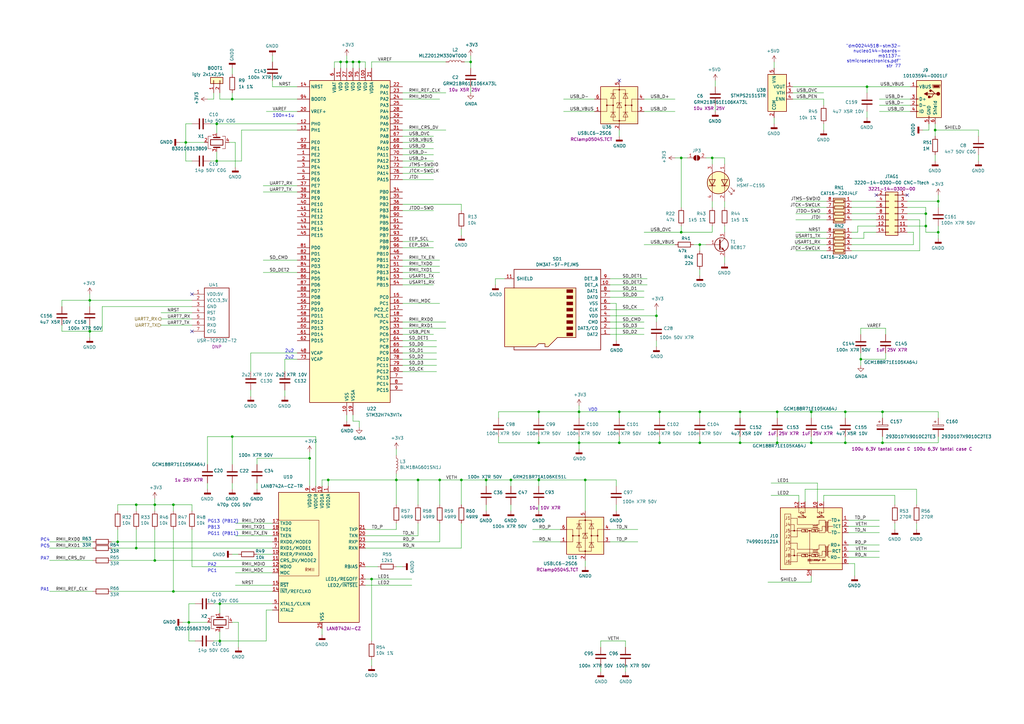
<source format=kicad_sch>
(kicad_sch (version 20230121) (generator eeschema)
  (paper "A3")
  (junction (at 287.02 168.91))
  (junction (at 254 168.91))
  (junction (at 361.95 181.61))
  (junction (at 77.47 255.27))
  (junction (at 63.5 207.01))
  (junction (at 332.74 181.61))
  (junction (at 384.81 82.55))
  (junction (at 152.4 237.49))
  (junction (at 55.88 224.79))
  (junction (at 63.5 229.87))
  (junction (at 279.4 95.25))
  (junction (at 240.03 196.85))
  (junction (at 95.25 179.07))
  (junction (at 287.02 181.61))
  (junction (at 361.95 168.91))
  (junction (at 220.98 181.61))
  (junction (at 287.02 100.33))
  (junction (at 303.53 181.61))
  (junction (at 48.26 222.25))
  (junction (at 220.98 196.85))
  (junction (at 318.77 168.91))
  (junction (at 220.98 168.91))
  (junction (at 209.55 196.85))
  (junction (at 193.04 25.4))
  (junction (at 254 181.61))
  (junction (at 270.51 168.91))
  (junction (at 90.17 262.89))
  (junction (at 139.7 25.4))
  (junction (at 189.23 196.85))
  (junction (at 144.78 25.4))
  (junction (at 355.6 35.56))
  (junction (at 270.51 181.61))
  (junction (at 303.53 168.91))
  (junction (at 71.12 242.57))
  (junction (at 346.71 168.91))
  (junction (at 71.12 207.01))
  (junction (at 90.17 247.65))
  (junction (at 237.49 181.61))
  (junction (at 142.24 25.4))
  (junction (at 199.39 196.85))
  (junction (at 383.54 53.34))
  (junction (at 384.81 95.25))
  (junction (at 379.73 92.71))
  (junction (at 162.56 196.85))
  (junction (at 269.24 129.54))
  (junction (at 36.83 123.19))
  (junction (at 95.25 40.64))
  (junction (at 318.77 181.61))
  (junction (at 134.62 196.85))
  (junction (at 36.83 135.89))
  (junction (at 346.71 181.61))
  (junction (at 76.2 58.42))
  (junction (at 353.06 147.32))
  (junction (at 55.88 207.01))
  (junction (at 127 187.96))
  (junction (at 88.9 66.04))
  (junction (at 279.4 64.77))
  (junction (at 88.9 50.8))
  (junction (at 171.45 196.85))
  (junction (at 180.34 196.85))
  (junction (at 237.49 168.91))
  (junction (at 379.73 87.63))
  (junction (at 292.1 64.77))
  (junction (at 147.32 25.4))
  (junction (at 332.74 168.91))
  (no_connect (at 78.74 120.65))
  (no_connect (at 78.74 135.89))
  (no_connect (at 372.11 80.01))
  (no_connect (at 359.41 80.01))
  (no_connect (at 254 33.02))
  (wire (pts (xy 177.8 71.12) (xy 165.1 71.12)))
  (wire (pts (xy 318.77 168.91) (xy 332.74 168.91)))
  (wire (pts (xy 193.04 25.4) (xy 193.04 27.94)))
  (wire (pts (xy 250.19 217.17) (xy 261.62 217.17)))
  (wire (pts (xy 25.4 135.89) (xy 25.4 133.35)))
  (wire (pts (xy 375.92 217.17) (xy 375.92 214.63)))
  (wire (pts (xy 85.09 179.07) (xy 95.25 179.07)))
  (wire (pts (xy 326.39 97.79) (xy 339.09 97.79)))
  (wire (pts (xy 264.16 137.16) (xy 250.19 137.16)))
  (wire (pts (xy 199.39 209.55) (xy 199.39 207.01)))
  (wire (pts (xy 220.98 168.91) (xy 237.49 168.91)))
  (wire (pts (xy 102.87 144.78) (xy 102.87 152.4)))
  (wire (pts (xy 149.86 240.03) (xy 168.91 240.03)))
  (wire (pts (xy 179.07 139.7) (xy 165.1 139.7)))
  (wire (pts (xy 287.02 168.91) (xy 287.02 171.45)))
  (wire (pts (xy 326.39 85.09) (xy 339.09 85.09)))
  (wire (pts (xy 332.74 181.61) (xy 332.74 179.07)))
  (wire (pts (xy 95.25 227.33) (xy 97.79 227.33)))
  (wire (pts (xy 355.6 38.1) (xy 355.6 35.56)))
  (wire (pts (xy 349.25 95.25) (xy 351.79 95.25)))
  (wire (pts (xy 162.56 184.15) (xy 162.56 186.69)))
  (wire (pts (xy 36.83 123.19) (xy 36.83 125.73)))
  (wire (pts (xy 204.47 171.45) (xy 204.47 168.91)))
  (wire (pts (xy 383.54 53.34) (xy 383.54 50.8)))
  (wire (pts (xy 77.47 247.65) (xy 80.01 247.65)))
  (wire (pts (xy 264.16 132.08) (xy 250.19 132.08)))
  (wire (pts (xy 361.95 179.07) (xy 361.95 181.61)))
  (wire (pts (xy 111.76 25.4) (xy 111.76 22.86)))
  (wire (pts (xy 287.02 102.87) (xy 287.02 100.33)))
  (wire (pts (xy 76.2 66.04) (xy 78.74 66.04)))
  (wire (pts (xy 337.82 53.34) (xy 337.82 50.8)))
  (wire (pts (xy 240.03 232.41) (xy 240.03 229.87)))
  (wire (pts (xy 105.41 190.5) (xy 105.41 187.96)))
  (wire (pts (xy 96.52 240.03) (xy 111.76 240.03)))
  (wire (pts (xy 36.83 123.19) (xy 25.4 123.19)))
  (wire (pts (xy 20.32 222.25) (xy 38.1 222.25)))
  (wire (pts (xy 90.17 247.65) (xy 111.76 247.65)))
  (wire (pts (xy 375.92 200.66) (xy 375.92 207.01)))
  (wire (pts (xy 326.39 90.17) (xy 339.09 90.17)))
  (wire (pts (xy 199.39 196.85) (xy 199.39 199.39)))
  (wire (pts (xy 85.09 190.5) (xy 85.09 179.07)))
  (wire (pts (xy 193.04 22.86) (xy 193.04 25.4)))
  (wire (pts (xy 152.4 237.49) (xy 168.91 237.49)))
  (wire (pts (xy 363.22 147.32) (xy 363.22 144.78)))
  (wire (pts (xy 279.4 95.25) (xy 279.4 92.71)))
  (wire (pts (xy 147.32 175.26) (xy 147.32 172.72)))
  (wire (pts (xy 63.5 207.01) (xy 71.12 207.01)))
  (wire (pts (xy 349.25 82.55) (xy 359.41 82.55)))
  (wire (pts (xy 254 181.61) (xy 254 179.07)))
  (wire (pts (xy 384.81 97.79) (xy 384.81 95.25)))
  (wire (pts (xy 144.78 27.94) (xy 144.78 25.4)))
  (wire (pts (xy 269.24 142.24) (xy 269.24 139.7)))
  (wire (pts (xy 353.06 147.32) (xy 363.22 147.32)))
  (wire (pts (xy 179.07 142.24) (xy 165.1 142.24)))
  (wire (pts (xy 139.7 25.4) (xy 142.24 25.4)))
  (wire (pts (xy 287.02 100.33) (xy 284.48 100.33)))
  (wire (pts (xy 77.47 262.89) (xy 80.01 262.89)))
  (wire (pts (xy 45.72 229.87) (xy 63.5 229.87)))
  (wire (pts (xy 204.47 181.61) (xy 204.47 179.07)))
  (wire (pts (xy 384.81 85.09) (xy 384.81 82.55)))
  (wire (pts (xy 78.74 125.73) (xy 41.91 125.73)))
  (wire (pts (xy 78.74 232.41) (xy 78.74 217.17)))
  (wire (pts (xy 383.54 55.88) (xy 383.54 53.34)))
  (wire (pts (xy 360.68 213.36) (xy 347.98 213.36)))
  (wire (pts (xy 90.17 247.65) (xy 90.17 251.46)))
  (wire (pts (xy 171.45 196.85) (xy 180.34 196.85)))
  (wire (pts (xy 353.06 137.16) (xy 353.06 134.62)))
  (wire (pts (xy 276.86 45.72) (xy 264.16 45.72)))
  (wire (pts (xy 353.06 134.62) (xy 363.22 134.62)))
  (wire (pts (xy 121.92 106.68) (xy 107.95 106.68)))
  (wire (pts (xy 372.11 92.71) (xy 379.73 92.71)))
  (wire (pts (xy 97.79 265.43) (xy 97.79 255.27)))
  (wire (pts (xy 350.52 236.22) (xy 350.52 231.14)))
  (wire (pts (xy 252.73 139.7) (xy 252.73 124.46)))
  (wire (pts (xy 252.73 209.55) (xy 252.73 207.01)))
  (wire (pts (xy 55.88 224.79) (xy 111.76 224.79)))
  (wire (pts (xy 350.52 231.14) (xy 347.98 231.14)))
  (wire (pts (xy 97.79 255.27) (xy 95.25 255.27)))
  (wire (pts (xy 63.5 229.87) (xy 63.5 217.17)))
  (wire (pts (xy 96.52 68.58) (xy 96.52 58.42)))
  (wire (pts (xy 90.17 262.89) (xy 109.22 262.89)))
  (wire (pts (xy 182.88 25.4) (xy 152.4 25.4)))
  (wire (pts (xy 346.71 181.61) (xy 361.95 181.61)))
  (wire (pts (xy 349.25 100.33) (xy 374.65 100.33)))
  (wire (pts (xy 90.17 259.08) (xy 90.17 262.89)))
  (wire (pts (xy 87.63 40.64) (xy 87.63 38.1)))
  (wire (pts (xy 384.81 171.45) (xy 384.81 168.91)))
  (wire (pts (xy 297.18 95.25) (xy 297.18 92.71)))
  (wire (pts (xy 78.74 130.81) (xy 66.04 130.81)))
  (wire (pts (xy 264.16 119.38) (xy 250.19 119.38)))
  (wire (pts (xy 220.98 168.91) (xy 220.98 171.45)))
  (wire (pts (xy 374.65 95.25) (xy 372.11 95.25)))
  (wire (pts (xy 360.68 215.9) (xy 347.98 215.9)))
  (wire (pts (xy 165.1 111.76) (xy 180.34 111.76)))
  (wire (pts (xy 87.63 247.65) (xy 90.17 247.65)))
  (wire (pts (xy 149.86 25.4) (xy 147.32 25.4)))
  (wire (pts (xy 127 187.96) (xy 127 199.39)))
  (wire (pts (xy 45.72 224.79) (xy 55.88 224.79)))
  (wire (pts (xy 218.44 217.17) (xy 229.87 217.17)))
  (wire (pts (xy 177.8 68.58) (xy 165.1 68.58)))
  (wire (pts (xy 85.09 200.66) (xy 85.09 198.12)))
  (wire (pts (xy 209.55 196.85) (xy 220.98 196.85)))
  (wire (pts (xy 220.98 181.61) (xy 220.98 179.07)))
  (wire (pts (xy 36.83 135.89) (xy 36.83 133.35)))
  (wire (pts (xy 134.62 199.39) (xy 134.62 196.85)))
  (wire (pts (xy 71.12 207.01) (xy 71.12 209.55)))
  (wire (pts (xy 243.84 40.64) (xy 231.14 40.64)))
  (wire (pts (xy 326.39 95.25) (xy 339.09 95.25)))
  (wire (pts (xy 373.38 35.56) (xy 355.6 35.56)))
  (wire (pts (xy 20.32 224.79) (xy 38.1 224.79)))
  (wire (pts (xy 381 50.8) (xy 381 53.34)))
  (wire (pts (xy 381 53.34) (xy 378.46 53.34)))
  (wire (pts (xy 78.74 232.41) (xy 111.76 232.41)))
  (wire (pts (xy 270.51 168.91) (xy 270.51 171.45)))
  (wire (pts (xy 360.68 218.44) (xy 347.98 218.44)))
  (wire (pts (xy 237.49 181.61) (xy 254 181.61)))
  (wire (pts (xy 330.2 200.66) (xy 375.92 200.66)))
  (wire (pts (xy 95.25 38.1) (xy 95.25 40.64)))
  (wire (pts (xy 137.16 25.4) (xy 139.7 25.4)))
  (wire (pts (xy 199.39 196.85) (xy 209.55 196.85)))
  (wire (pts (xy 74.93 255.27) (xy 77.47 255.27)))
  (wire (pts (xy 292.1 82.55) (xy 292.1 85.09)))
  (wire (pts (xy 147.32 172.72) (xy 144.78 172.72)))
  (wire (pts (xy 297.18 107.95) (xy 297.18 105.41)))
  (wire (pts (xy 48.26 207.01) (xy 55.88 207.01)))
  (wire (pts (xy 77.47 255.27) (xy 77.47 247.65)))
  (wire (pts (xy 190.5 25.4) (xy 193.04 25.4)))
  (wire (pts (xy 127 187.96) (xy 127 185.42)))
  (wire (pts (xy 384.81 82.55) (xy 372.11 82.55)))
  (wire (pts (xy 102.87 144.78) (xy 121.92 144.78)))
  (wire (pts (xy 179.07 149.86) (xy 165.1 149.86)))
  (wire (pts (xy 349.25 85.09) (xy 359.41 85.09)))
  (wire (pts (xy 149.86 27.94) (xy 149.86 25.4)))
  (wire (pts (xy 250.19 222.25) (xy 261.62 222.25)))
  (wire (pts (xy 276.86 40.64) (xy 264.16 40.64)))
  (wire (pts (xy 293.37 35.56) (xy 293.37 33.02)))
  (wire (pts (xy 147.32 27.94) (xy 147.32 25.4)))
  (wire (pts (xy 48.26 222.25) (xy 111.76 222.25)))
  (wire (pts (xy 36.83 120.65) (xy 36.83 123.19)))
  (wire (pts (xy 165.1 109.22) (xy 180.34 109.22)))
  (wire (pts (xy 78.74 123.19) (xy 36.83 123.19)))
  (wire (pts (xy 401.32 55.88) (xy 401.32 53.34)))
  (wire (pts (xy 189.23 96.52) (xy 189.23 93.98)))
  (wire (pts (xy 240.03 196.85) (xy 220.98 196.85)))
  (wire (pts (xy 379.73 95.25) (xy 379.73 92.71)))
  (wire (pts (xy 99.06 53.34) (xy 99.06 66.04)))
  (wire (pts (xy 384.81 92.71) (xy 384.81 95.25)))
  (wire (pts (xy 252.73 196.85) (xy 240.03 196.85)))
  (wire (pts (xy 314.96 238.76) (xy 332.74 238.76)))
  (wire (pts (xy 152.4 273.05) (xy 152.4 270.51)))
  (wire (pts (xy 165.1 132.08) (xy 182.88 132.08)))
  (wire (pts (xy 337.82 203.2) (xy 337.82 205.74)))
  (wire (pts (xy 270.51 181.61) (xy 287.02 181.61)))
  (wire (pts (xy 177.8 58.42) (xy 165.1 58.42)))
  (wire (pts (xy 48.26 209.55) (xy 48.26 207.01)))
  (wire (pts (xy 193.04 38.1) (xy 193.04 35.56)))
  (wire (pts (xy 149.86 232.41) (xy 154.94 232.41)))
  (wire (pts (xy 401.32 66.04) (xy 401.32 63.5)))
  (wire (pts (xy 76.2 50.8) (xy 78.74 50.8)))
  (wire (pts (xy 317.5 27.94) (xy 317.5 25.4)))
  (wire (pts (xy 165.1 55.88) (xy 177.8 55.88)))
  (wire (pts (xy 76.2 58.42) (xy 76.2 66.04)))
  (wire (pts (xy 88.9 50.8) (xy 88.9 54.61)))
  (wire (pts (xy 162.56 196.85) (xy 171.45 196.85)))
  (wire (pts (xy 237.49 184.15) (xy 237.49 181.61)))
  (wire (pts (xy 121.92 45.72) (xy 109.22 45.72)))
  (wire (pts (xy 377.19 90.17) (xy 372.11 90.17)))
  (wire (pts (xy 88.9 66.04) (xy 86.36 66.04)))
  (wire (pts (xy 76.2 58.42) (xy 76.2 50.8)))
  (wire (pts (xy 209.55 196.85) (xy 209.55 199.39)))
  (wire (pts (xy 77.47 255.27) (xy 77.47 262.89)))
  (wire (pts (xy 189.23 224.79) (xy 189.23 214.63)))
  (wire (pts (xy 180.34 196.85) (xy 189.23 196.85)))
  (wire (pts (xy 287.02 113.03) (xy 287.02 110.49)))
  (wire (pts (xy 78.74 207.01) (xy 78.74 209.55)))
  (wire (pts (xy 149.86 217.17) (xy 162.56 217.17)))
  (wire (pts (xy 379.73 85.09) (xy 372.11 85.09)))
  (wire (pts (xy 149.86 219.71) (xy 171.45 219.71)))
  (wire (pts (xy 77.47 255.27) (xy 85.09 255.27)))
  (wire (pts (xy 96.52 58.42) (xy 93.98 58.42)))
  (wire (pts (xy 361.95 181.61) (xy 384.81 181.61)))
  (wire (pts (xy 237.49 168.91) (xy 237.49 166.37)))
  (wire (pts (xy 147.32 25.4) (xy 144.78 25.4)))
  (wire (pts (xy 349.25 87.63) (xy 359.41 87.63)))
  (wire (pts (xy 149.86 222.25) (xy 180.34 222.25)))
  (wire (pts (xy 90.17 40.64) (xy 90.17 38.1)))
  (wire (pts (xy 45.72 242.57) (xy 71.12 242.57)))
  (wire (pts (xy 177.8 63.5) (xy 165.1 63.5)))
  (wire (pts (xy 360.68 40.64) (xy 373.38 40.64)))
  (wire (pts (xy 270.51 168.91) (xy 287.02 168.91)))
  (wire (pts (xy 289.56 100.33) (xy 287.02 100.33)))
  (wire (pts (xy 354.33 95.25) (xy 359.41 95.25)))
  (wire (pts (xy 353.06 147.32) (xy 353.06 144.78)))
  (wire (pts (xy 246.38 262.89) (xy 246.38 265.43)))
  (wire (pts (xy 165.1 53.34) (xy 182.88 53.34)))
  (wire (pts (xy 360.68 226.06) (xy 347.98 226.06)))
  (wire (pts (xy 105.41 200.66) (xy 105.41 198.12)))
  (wire (pts (xy 96.52 217.17) (xy 111.76 217.17)))
  (wire (pts (xy 179.07 144.78) (xy 165.1 144.78)))
  (wire (pts (xy 252.73 199.39) (xy 252.73 196.85)))
  (wire (pts (xy 36.83 135.89) (xy 25.4 135.89)))
  (wire (pts (xy 121.92 40.64) (xy 95.25 40.64)))
  (wire (pts (xy 25.4 123.19) (xy 25.4 125.73)))
  (wire (pts (xy 303.53 168.91) (xy 318.77 168.91)))
  (wire (pts (xy 95.25 198.12) (xy 95.25 200.66)))
  (wire (pts (xy 99.06 66.04) (xy 88.9 66.04)))
  (wire (pts (xy 109.22 262.89) (xy 109.22 250.19)))
  (wire (pts (xy 73.66 58.42) (xy 76.2 58.42)))
  (wire (pts (xy 142.24 172.72) (xy 142.24 170.18)))
  (wire (pts (xy 207.01 114.3) (xy 203.2 114.3)))
  (wire (pts (xy 177.8 86.36) (xy 165.1 86.36)))
  (wire (pts (xy 162.56 217.17) (xy 162.56 214.63)))
  (wire (pts (xy 76.2 58.42) (xy 83.82 58.42)))
  (wire (pts (xy 327.66 205.74) (xy 327.66 203.2)))
  (wire (pts (xy 269.24 129.54) (xy 269.24 127)))
  (wire (pts (xy 377.19 102.87) (xy 377.19 90.17)))
  (wire (pts (xy 355.6 48.26) (xy 355.6 45.72)))
  (wire (pts (xy 264.16 134.62) (xy 250.19 134.62)))
  (wire (pts (xy 55.88 207.01) (xy 55.88 209.55)))
  (wire (pts (xy 367.03 203.2) (xy 337.82 203.2)))
  (wire (pts (xy 327.66 203.2) (xy 316.23 203.2)))
  (wire (pts (xy 317.5 50.8) (xy 317.5 48.26)))
  (wire (pts (xy 149.86 237.49) (xy 152.4 237.49)))
  (wire (pts (xy 264.16 95.25) (xy 279.4 95.25)))
  (wire (pts (xy 165.1 99.06) (xy 177.8 99.06)))
  (wire (pts (xy 254 168.91) (xy 270.51 168.91)))
  (wire (pts (xy 209.55 209.55) (xy 209.55 207.01)))
  (wire (pts (xy 129.54 179.07) (xy 95.25 179.07)))
  (wire (pts (xy 116.84 147.32) (xy 116.84 152.4)))
  (wire (pts (xy 86.36 50.8) (xy 88.9 50.8)))
  (wire (pts (xy 116.84 160.02) (xy 116.84 162.56)))
  (wire (pts (xy 132.08 196.85) (xy 134.62 196.85)))
  (wire (pts (xy 360.68 223.52) (xy 347.98 223.52)))
  (wire (pts (xy 165.1 40.64) (xy 180.34 40.64)))
  (wire (pts (xy 279.4 85.09) (xy 279.4 64.77)))
  (wire (pts (xy 250.19 129.54) (xy 269.24 129.54)))
  (wire (pts (xy 264.16 121.92) (xy 250.19 121.92)))
  (wire (pts (xy 107.95 78.74) (xy 121.92 78.74)))
  (wire (pts (xy 237.49 168.91) (xy 254 168.91)))
  (wire (pts (xy 256.54 262.89) (xy 256.54 265.43)))
  (wire (pts (xy 351.79 92.71) (xy 359.41 92.71)))
  (wire (pts (xy 165.1 38.1) (xy 182.88 38.1)))
  (wire (pts (xy 121.92 35.56) (xy 111.76 35.56)))
  (wire (pts (xy 279.4 64.77) (xy 276.86 64.77)))
  (wire (pts (xy 165.1 101.6) (xy 177.8 101.6)))
  (wire (pts (xy 71.12 242.57) (xy 71.12 217.17)))
  (wire (pts (xy 379.73 87.63) (xy 379.73 85.09)))
  (wire (pts (xy 96.52 219.71) (xy 111.76 219.71)))
  (wire (pts (xy 384.81 95.25) (xy 379.73 95.25)))
  (wire (pts (xy 254 168.91) (xy 254 171.45)))
  (wire (pts (xy 246.38 275.59) (xy 246.38 273.05)))
  (wire (pts (xy 152.4 237.49) (xy 152.4 262.89)))
  (wire (pts (xy 134.62 196.85) (xy 162.56 196.85)))
  (wire (pts (xy 326.39 87.63) (xy 339.09 87.63)))
  (wire (pts (xy 335.28 198.12) (xy 335.28 205.74)))
  (wire (pts (xy 111.76 35.56) (xy 111.76 33.02)))
  (wire (pts (xy 270.51 181.61) (xy 270.51 179.07)))
  (wire (pts (xy 379.73 87.63) (xy 372.11 87.63)))
  (wire (pts (xy 337.82 43.18) (xy 337.82 40.64)))
  (wire (pts (xy 165.1 134.62) (xy 182.88 134.62)))
  (wire (pts (xy 293.37 45.72) (xy 293.37 43.18)))
  (wire (pts (xy 144.78 172.72) (xy 144.78 170.18)))
  (wire (pts (xy 361.95 171.45) (xy 361.95 168.91)))
  (wire (pts (xy 189.23 83.82) (xy 165.1 83.82)))
  (wire (pts (xy 20.32 229.87) (xy 38.1 229.87)))
  (wire (pts (xy 105.41 227.33) (xy 111.76 227.33)))
  (wire (pts (xy 121.92 111.76) (xy 107.95 111.76)))
  (wire (pts (xy 220.98 181.61) (xy 204.47 181.61)))
  (wire (pts (xy 63.5 229.87) (xy 111.76 229.87)))
  (wire (pts (xy 179.07 152.4) (xy 165.1 152.4)))
  (wire (pts (xy 152.4 27.94) (xy 152.4 25.4)))
  (wire (pts (xy 303.53 181.61) (xy 303.53 179.07)))
  (wire (pts (xy 237.49 181.61) (xy 220.98 181.61)))
  (wire (pts (xy 354.33 97.79) (xy 354.33 95.25)))
  (wire (pts (xy 318.77 168.91) (xy 318.77 171.45)))
  (wire (pts (xy 367.03 207.01) (xy 367.03 203.2)))
  (wire (pts (xy 165.1 137.16) (xy 177.8 137.16)))
  (wire (pts (xy 165.1 116.84) (xy 177.8 116.84)))
  (wire (pts (xy 165.1 232.41) (xy 162.56 232.41)))
  (wire (pts (xy 116.84 147.32) (xy 121.92 147.32)))
  (wire (pts (xy 88.9 62.23) (xy 88.9 66.04)))
  (wire (pts (xy 165.1 124.46) (xy 180.34 124.46)))
  (wire (pts (xy 254 53.34) (xy 254 55.88)))
  (wire (pts (xy 121.92 53.34) (xy 99.06 53.34)))
  (wire (pts (xy 220.98 209.55) (xy 220.98 207.01)))
  (wire (pts (xy 292.1 95.25) (xy 292.1 92.71)))
  (wire (pts (xy 88.9 50.8) (xy 121.92 50.8)))
  (wire (pts (xy 95.25 40.64) (xy 90.17 40.64)))
  (wire (pts (xy 269.24 129.54) (xy 269.24 132.08)))
  (wire (pts (xy 177.8 66.04) (xy 165.1 66.04)))
  (wire (pts (xy 36.83 138.43) (xy 36.83 135.89)))
  (wire (pts (xy 48.26 222.25) (xy 48.26 217.17)))
  (wire (pts (xy 177.8 73.66) (xy 165.1 73.66)))
  (wire (pts (xy 326.39 102.87) (xy 339.09 102.87)))
  (wire (pts (xy 20.32 242.57) (xy 38.1 242.57)))
  (wire (pts (xy 162.56 196.85) (xy 162.56 207.01)))
  (wire (pts (xy 256.54 262.89) (xy 246.38 262.89)))
  (wire (pts (xy 360.68 43.18) (xy 373.38 43.18)))
  (wire (pts (xy 237.49 168.91) (xy 237.49 171.45)))
  (wire (pts (xy 218.44 222.25) (xy 229.87 222.25)))
  (wire (pts (xy 353.06 149.86) (xy 353.06 147.32)))
  (wire (pts (xy 318.77 181.61) (xy 332.74 181.61)))
  (wire (pts (xy 276.86 100.33) (xy 264.16 100.33)))
  (wire (pts (xy 346.71 181.61) (xy 346.71 179.07)))
  (wire (pts (xy 237.49 181.61) (xy 237.49 179.07)))
  (wire (pts (xy 129.54 199.39) (xy 129.54 179.07)))
  (wire (pts (xy 318.77 181.61) (xy 318.77 179.07)))
  (wire (pts (xy 289.56 64.77) (xy 292.1 64.77)))
  (wire (pts (xy 332.74 168.91) (xy 332.74 171.45)))
  (wire (pts (xy 332.74 236.22) (xy 332.74 238.76)))
  (wire (pts (xy 78.74 133.35) (xy 66.04 133.35)))
  (wire (pts (xy 367.03 217.17) (xy 367.03 214.63)))
  (wire (pts (xy 254 181.61) (xy 270.51 181.61)))
  (wire (pts (xy 330.2 205.74) (xy 330.2 200.66)))
  (wire (pts (xy 189.23 196.85) (xy 199.39 196.85)))
  (wire (pts (xy 179.07 147.32) (xy 165.1 147.32)))
  (wire (pts (xy 41.91 135.89) (xy 36.83 135.89)))
  (wire (pts (xy 139.7 27.94) (xy 139.7 25.4)))
  (wire (pts (xy 346.71 168.91) (xy 346.71 171.45)))
  (wire (pts (xy 337.82 40.64) (xy 325.12 40.64)))
  (wire (pts (xy 384.81 82.55) (xy 384.81 80.01)))
  (wire (pts (xy 384.81 168.91) (xy 361.95 168.91)))
  (wire (pts (xy 165.1 106.68) (xy 180.34 106.68)))
  (wire (pts (xy 177.8 60.96) (xy 165.1 60.96)))
  (wire (pts (xy 349.25 97.79) (xy 354.33 97.79)))
  (wire (pts (xy 96.52 234.95) (xy 111.76 234.95)))
  (wire (pts (xy 55.88 224.79) (xy 55.88 217.17)))
  (wire (pts (xy 292.1 64.77) (xy 297.18 64.77)))
  (wire (pts (xy 303.53 181.61) (xy 318.77 181.61)))
  (wire (pts (xy 105.41 187.96) (xy 127 187.96)))
  (wire (pts (xy 142.24 22.86) (xy 142.24 25.4)))
  (wire (pts (xy 379.73 92.71) (xy 379.73 87.63)))
  (wire (pts (xy 96.52 214.63) (xy 111.76 214.63)))
  (wire (pts (xy 383.54 66.04) (xy 383.54 63.5)))
  (wire (pts (xy 55.88 207.01) (xy 63.5 207.01)))
  (wire (pts (xy 243.84 45.72) (xy 231.14 45.72)))
  (wire (pts (xy 360.68 45.72) (xy 373.38 45.72)))
  (wire (pts (xy 303.53 171.45) (xy 303.53 168.91)))
  (wire (pts (xy 95.25 27.94) (xy 95.25 30.48)))
  (wire (pts (xy 45.72 222.25) (xy 48.26 222.25)))
  (wire (pts (xy 107.95 76.2) (xy 121.92 76.2)))
  (wire (pts (xy 132.08 199.39) (xy 132.08 196.85)))
  (wire (pts (xy 95.25 179.07) (xy 95.25 190.5)))
  (wire (pts (xy 144.78 25.4) (xy 142.24 25.4)))
  (wire (pts (xy 102.87 160.02) (xy 102.87 162.56)))
  (wire (pts (xy 337.82 38.1) (xy 325.12 38.1)))
  (wire (pts (xy 279.4 95.25) (xy 292.1 95.25)))
  (wire (pts (xy 265.43 116.84) (xy 250.19 116.84)))
  (wire (pts (xy 361.95 168.91) (xy 346.71 168.91)))
  (wire (pts (xy 363.22 134.62) (xy 363.22 137.16)))
  (wire (pts (xy 204.47 168.91) (xy 220.98 168.91)))
  (wire (pts (xy 326.39 100.33) (xy 339.09 100.33)))
  (wire (pts (xy 374.65 100.33) (xy 374.65 95.25)))
  (wire (pts (xy 355.6 35.56) (xy 325.12 35.56)))
  (wire (pts (xy 111.76 242.57) (xy 71.12 242.57)))
  (wire (pts (xy 384.81 181.61) (xy 384.81 179.07)))
  (wire (pts (xy 203.2 114.3) (xy 203.2 116.84)))
  (wire (pts (xy 189.23 196.85) (xy 189.23 207.01)))
  (wire (pts (xy 132.08 260.35) (xy 132.08 257.81)))
  (wire (pts (xy 360.68 228.6) (xy 347.98 228.6)))
  (wire (pts (xy 349.25 90.17) (xy 359.41 90.17)))
  (wire (pts (xy 264.16 127) (xy 250.19 127)))
  (wire (pts (xy 142.24 25.4) (xy 142.24 27.94)))
  (wire (pts (xy 287.02 181.61) (xy 303.53 181.61)))
  (wire (pts (xy 287.02 181.61) (xy 287.02 179.07)))
  (wire (pts (xy 279.4 64.77) (xy 281.94 64.77)))
  (wire (pts (xy 180.34 222.25) (xy 180.34 214.63)))
  (wire (pts (xy 265.43 114.3) (xy 250.19 114.3)))
  (wire (pts (xy 149.86 224.79) (xy 189.23 224.79)))
  (wire (pts (xy 180.34 196.85) (xy 180.34 207.01)))
  (wire (pts (xy 109.22 250.19) (xy 111.76 250.19)))
  (wire (pts (xy 287.02 168.91) (xy 303.53 168.91)))
  (wire (pts (xy 349.25 102.87) (xy 377.19 102.87)))
  (wire (pts (xy 189.23 86.36) (xy 189.23 83.82)))
  (wire (pts (xy 63.5 204.47) (xy 63.5 207.01)))
  (wire (pts (xy 171.45 196.85) (xy 171.45 207.01)))
  (wire (pts (xy 256.54 275.59) (xy 256.54 273.05)))
  (wire (pts (xy 66.04 128.27) (xy 78.74 128.27)))
  (wire (pts (xy 165.1 114.3) (xy 177.8 114.3)))
  (wire (pts (xy 71.12 207.01) (xy 78.74 207.01)))
  (wire (pts (xy 63.5 207.01) (xy 63.5 209.55)))
  (wire (pts (xy 41.91 125.73) (xy 41.91 135.89)))
  (wire (pts (xy 297.18 64.77) (xy 297.18 67.31)))
  (wire (pts (xy 252.73 124.46) (xy 250.19 124.46)))
  (wire (pts (xy 292.1 64.77) (xy 292.1 67.31)))
  (wire (pts (xy 351.79 95.25) (xy 351.79 92.71)))
  (wire (pts (xy 401.32 53.34) (xy 383.54 53.34)))
  (wire (pts (xy 162.56 194.31) (xy 162.56 196.85)))
  (wire (pts (xy 171.45 219.71) (xy 171.45 214.63)))
  (wire (pts (xy 316.23 198.12) (xy 335.28 198.12)))
  (wire (pts (xy 90.17 262.89) (xy 87.63 262.89)))
  (wire (pts (xy 326.39 82.55) (xy 339.09 82.55)))
  (wire (pts (xy 85.09 40.64) (xy 87.63 40.64)))
  (wire (pts (xy 240.03 209.55) (xy 240.03 196.85)))
  (wire (pts (xy 220.98 196.85) (xy 220.98 199.39)))
  (wire (pts (xy 297.18 85.09) (xy 297.18 82.55)))
  (wire (pts (xy 137.16 27.94) (xy 137.16 25.4)))
  (wire (pts (xy 332.74 168.91) (xy 346.71 168.91)))
  (wire (pts (xy 332.74 181.61) (xy 346.71 181.61)))
  (text "PA7" (at 16.51 229.87 0) (effects (font (size 1.27 1.27)) (justify left bottom)))
  (text "PB13" (at 85.09 217.17 0) (effects (font (size 1.27 1.27)) (justify left bottom)))
  (text "100n+1u" (at 111.76 48.26 0) (effects (font (size 1.27 1.27)) (justify left bottom)))
  (text "PA2" (at 85.09 232.41 0) (effects (font (size 1.27 1.27)) (justify left bottom)))
  (text "PC4" (at 16.51 222.25 0) (effects (font (size 1.27 1.27)) (justify left bottom)))
  (text "\"dm00244518-stm32-\nnucleo144-boards-\nmb1137-\nstmicroelectronics.pdf\"\nstr 77" (at 369.57 27.94 0) (effects (font (size 1.27 1.27)) (justify right bottom)))
  (text "PG13 (PB12)" (at 85.09 214.63 0) (effects (font (size 1.27 1.27)) (justify left bottom)))
  (text "2u2" (at 116.84 144.78 0) (effects (font (size 1.27 1.27)) (justify left bottom)))
  (text "PA1" (at 16.51 242.57 0) (effects (font (size 1.27 1.27)) (justify left bottom)))
  (text "VDD" (at 241.3 168.91 0) (effects (font (size 1.27 1.27)) (justify left bottom)))
  (text "PC1" (at 85.09 234.95 0) (effects (font (size 1.27 1.27)) (justify left bottom)))
  (text "PC5" (at 16.51 224.79 0) (effects (font (size 1.27 1.27)) (justify left bottom)))
  (text "2u2" (at 116.84 147.32 0) (effects (font (size 1.27 1.27)) (justify left bottom)))
  (text "PG11 (PB11)" (at 85.09 219.71 0) (effects (font (size 1.27 1.27)) (justify left bottom)))
  (label "RD_N" (at 350.52 228.6 0))
  (label "USART1_TX" (at 167.64 114.3 0))
  (label "VAREF" (at 154.94 25.4 0))
  (label "RMII_RXD0" (at 167.64 132.08 0))
  (label "USB_OVC" (at 335.28 38.1 180))
  (label "UART7_RX" (at 68.58 130.81 0))
  (label "JTMS-SWDIO" (at 336.55 82.55 180))
  (label "USB_PEN" (at 335.28 40.64 180))
  (label "EEP_SCL" (at 167.64 99.06 0))
  (label "USB_ID" (at 167.64 60.96 0))
  (label "TD_P" (at 350.52 213.36 0))
  (label "NRST" (at 68.58 128.27 0))
  (label "RMII_MDIO" (at 99.06 232.41 0))
  (label "UART7_RX" (at 110.49 76.2 0))
  (label "SD_DET2" (at 110.49 111.76 0))
  (label "LED2" (at 318.77 203.2 0))
  (label "USB_PEN" (at 167.64 137.16 0))
  (label "RMII_MDIO" (at 167.64 40.64 0))
  (label "UART7_TX" (at 68.58 133.35 0))
  (label "VETH" (at 355.6 215.9 180))
  (label "RMII_MDC" (at 167.64 124.46 0))
  (label "USB_VBUS" (at 370.84 35.56 180))
  (label "JTCK-SWCLK" (at 167.64 71.12 0))
  (label "USB_D+" (at 167.64 66.04 0))
  (label "RMII_TX_EN" (at 99.06 219.71 0))
  (label "RD_P" (at 165.1 222.25 0))
  (label "NRST" (at 336.55 95.25 180))
  (label "SD_DET1" (at 255.27 114.3 0))
  (label "USB_VBUS" (at 266.7 100.33 0))
  (label "USART1_TX" (at 336.55 97.79 180))
  (label "RMII_CRS_DV" (at 22.86 229.87 0))
  (label "SD_D3" (at 255.27 134.62 0))
  (label "SD_D2" (at 255.27 137.16 0))
  (label "USB_VBUS" (at 167.64 58.42 0))
  (label "JTDI" (at 167.64 73.66 0))
  (label "SD_CMD" (at 110.49 106.68 0))
  (label "RD_P" (at 220.98 217.17 0))
  (label "SD_CK" (at 255.27 127 0))
  (label "VETH" (at 355.6 226.06 180))
  (label "USART1_RX" (at 336.55 100.33 180))
  (label "USB_D-" (at 233.68 40.64 0))
  (label "JTDO-SWO" (at 336.55 87.63 180))
  (label "RMII_CRS_DV" (at 167.64 53.34 0))
  (label "RD_N" (at 165.1 224.79 0))
  (label "LED2" (at 154.94 240.03 0))
  (label "RMII_REF_CLK" (at 22.86 242.57 0))
  (label "USB_ID" (at 266.7 45.72 0))
  (label "TD_N" (at 350.52 218.44 0))
  (label "TD_N" (at 252.73 217.17 0))
  (label "TD_N" (at 165.1 219.71 0))
  (label "RMII_RXD0" (at 22.86 222.25 0))
  (label "JTCK-SWCLK" (at 336.55 102.87 180))
  (label "SD_D2" (at 167.64 147.32 0))
  (label "UART7_TX" (at 110.49 78.74 0))
  (label "TD_P" (at 152.4 217.17 0))
  (label "SD_D0" (at 255.27 121.92 0))
  (label "RD_N" (at 220.98 222.25 0))
  (label "SD_CK" (at 167.64 152.4 0))
  (label "SHIELD" (at 387.35 53.34 0))
  (label "SD_DET1" (at 167.64 139.7 0))
  (label "NRST" (at 99.06 240.03 0))
  (label "VAREF" (at 111.76 45.72 0))
  (label "JTCK-SWCLK" (at 336.55 85.09 180))
  (label "RD_P" (at 350.52 223.52 0))
  (label "RMII_REF_CLK" (at 167.64 38.1 0))
  (label "RMII_TXD1" (at 167.64 111.76 0))
  (label "SD_D1" (at 255.27 119.38 0))
  (label "USB_D+" (at 370.84 40.64 180))
  (label "EEP_SDA" (at 167.64 101.6 0))
  (label "LED1" (at 154.94 237.49 0))
  (label "RMII_TX_EN" (at 167.64 106.68 0))
  (label "NRST" (at 114.3 35.56 0))
  (label "JTDI" (at 336.55 90.17 180))
  (label "USB_ID" (at 370.84 45.72 180))
  (label "JTMS-SWDIO" (at 167.64 68.58 0))
  (label "USB_D-" (at 370.84 43.18 180))
  (label "LED1" (at 318.77 198.12 0))
  (label "SD_D3" (at 167.64 149.86 0))
  (label "RMII_TXD1" (at 99.06 217.17 0))
  (label "TD_P" (at 252.73 222.25 0))
  (label "RMII_MDC" (at 99.06 234.95 0))
  (label "USB_VBUS" (at 233.68 45.72 0))
  (label "VETH" (at 182.88 196.85 0))
  (label "SD_CMD" (at 255.27 132.08 0))
  (label "SD_D0" (at 167.64 142.24 0))
  (label "RMII_RXD1" (at 167.64 134.62 0))
  (label "VAREF" (at 355.6 134.62 0))
  (label "USB_OVC" (at 266.7 95.25 0))
  (label "RMII_RXD1" (at 22.86 224.79 0))
  (label "RMII_TXD0" (at 99.06 214.63 0))
  (label "USART1_RX" (at 167.64 116.84 0))
  (label "SD_D1" (at 167.64 144.78 0))
  (label "RMII_TXD0" (at 167.64 109.22 0))
  (label "USB_OVC" (at 167.64 55.88 0))
  (label "USB_D+" (at 266.7 40.64 0))
  (label "VETH" (at 254 262.89 180))
  (label "SHIELD" (at 320.04 238.76 0))
  (label "SD_DET2" (at 255.27 116.84 0))
  (label "USB_D-" (at 167.64 63.5 0))
  (label "JTDO-SWO" (at 167.64 86.36 0))
  (hierarchical_label "UART7_RX" (shape output) (at 66.04 130.81 180))
  (hierarchical_label "UART7_TX" (shape input) (at 66.04 133.35 180))
  (symbol (lib_id "nucleo_H743-rescue:+3.3V-power") (at 142.24 22.86 0) (unit 1)
    (property "Reference" "#PWR0148" (effects hide))
    (property "Value" "+3.3V" (at 142.621 18.3642 0))
  )
  (symbol (lib_id "Connector_Generic:Conn_02x07_Odd_Even") (at 367.03 87.63 0) (mirror y) (unit 1)
    (property "Reference" "JTAG1" (at 365.76 72.39 0))
    (property "Value" "3220-14-0300-00 CNC-Ttech" (at 365.76 74.93 0))
    (property "Footprint" "ff_lib_7:IDC-Header_14_SMD_Pitch1.27mm_Straight" (effects hide))
    (property "Comm" "3221-14-0300-00" (at 365.76 77.47 0))
  )
  (symbol (lib_id "power:GNDD") (at 142.24 172.72 0) (unit 1)
    (property "Reference" "#PWR038" (effects hide))
    (property "Value" "GNDD" (at 142.367 176.6824 0))
  )
  (symbol (lib_id "power:GNDA") (at 147.32 175.26 0) (unit 1)
    (property "Reference" "#PWR094" (effects hide))
    (property "Value" "GNDA" (at 147.447 179.7558 0))
  )
  (symbol (lib_id "nucleo_H743-rescue:USB_B_Micro-Connector") (at 381 40.64 0) (mirror y) (unit 1)
    (property "Reference" "J9" (at 379.5522 28.7782 0))
    (property "Value" "10103594-0001LF" (at 379.5522 31.0896 0))
    (property "Footprint" "Connector_USB:USB_Micro-B_Amphenol_10103594-0001LF_Horizontal" (effects hide))
    (property "Datasheet" "https://cdn.amphenol-cs.com/media/wysiwyg/files/drawing/10103594.pdf" (effects hide))
  )
  (symbol (lib_id "Power_Management:IRS25751L") (at 317.5 38.1 0) (mirror y) (unit 1)
    (property "Reference" "U38" (at 314.198 36.9316 0) (effects (justify left)))
    (property "Value" "STMPS2151STR" (at 314.198 39.243 0) (effects (justify left)))
    (property "Footprint" "Package_TO_SOT_SMD:SOT-23-5" (effects hide))
    (property "Datasheet" "https://www.st.com/content/ccc/resource/technical/document/datasheet/e8/d7/48/25/eb/87/45/b3/CD00167470.pdf/files/CD00167470.pdf/jcr:content/translations/en.CD00167470.pdf" (effects hide))
  )
  (symbol (lib_id "MCU_ST_STM32H7:STM32H743VITx") (at 142.24 99.06 0) (unit 1)
    (property "Reference" "U22" (at 152.4 167.64 0))
    (property "Value" "STM32H743VITx" (at 157.48 170.18 0))
    (property "Footprint" "Package_QFP:LQFP-100_14x14mm_P0.5mm" (effects hide))
    (property "Datasheet" "https://www.st.com/resource/en/datasheet/stm32h743vi.pdf" (effects hide))
  )
  (symbol (lib_id "Device:C") (at 111.76 29.21 0) (unit 1)
    (property "Reference" "C143" (at 104.14 29.21 0) (effects (justify left)))
    (property "Value" "100n X7R 50V" (at 101.6 31.75 0) (effects (justify left)))
    (property "Footprint" "Capacitors_SMD:C_0402" (effects hide))
  )
  (symbol (lib_id "power:GNDD") (at 111.76 22.86 180) (unit 1)
    (property "Reference" "#PWR0147" (effects hide))
    (property "Value" "GNDD" (at 111.6076 18.8722 0))
  )
  (symbol (lib_id "Connector_Generic:Conn_01x02") (at 87.63 33.02 90) (unit 1)
    (property "Reference" "BOOT1" (at 85.09 27.94 90) (effects (justify right)))
    (property "Value" "igły 2x1x2,54" (at 78.74 30.48 90) (effects (justify right)))
    (property "Footprint" "Pin_Headers:Pin_Header_Straight_1x02_Pitch2.54mm" (effects hide))
  )
  (symbol (lib_id "Device:R") (at 95.25 34.29 0) (unit 1)
    (property "Reference" "R9" (at 97.79 33.02 0) (effects (justify left)))
    (property "Value" "1k 1%" (at 97.79 35.56 0) (effects (justify left)))
    (property "Footprint" "Resistors_SMD:R_0603" (effects hide))
  )
  (symbol (lib_id "power:GNDD") (at 95.25 27.94 180) (unit 1)
    (property "Reference" "#PWR0143" (effects hide))
    (property "Value" "GNDD" (at 95.123 25.146 90) (effects (justify right)))
  )
  (symbol (lib_id "power:+3V3") (at 85.09 40.64 90) (unit 1)
    (property "Reference" "#PWR0145" (effects hide))
    (property "Value" "+3V3" (at 80.5942 40.259 0))
  )
  (symbol (lib_id "Device:C") (at 116.84 156.21 0) (mirror x) (unit 1)
    (property "Reference" "C132" (at 120.65 156.21 0) (effects (justify left)))
    (property "Value" "2u2 X7R 10V" (at 113.03 153.67 0) (effects (justify left)))
    (property "Footprint" "Capacitors_SMD:C_0603" (effects hide))
  )
  (symbol (lib_id "Device:C") (at 102.87 156.21 0) (mirror x) (unit 1)
    (property "Reference" "C130" (at 106.68 156.21 0) (effects (justify left)))
    (property "Value" "2u2 X7R 10V" (at 99.06 153.67 0) (effects (justify left)))
    (property "Footprint" "Capacitors_SMD:C_0603" (effects hide))
  )
  (symbol (lib_id "power:GNDD") (at 116.84 162.56 0) (mirror y) (unit 1)
    (property "Reference" "#PWR0138" (effects hide))
    (property "Value" "GNDD" (at 116.6876 166.5478 0))
  )
  (symbol (lib_id "power:GNDD") (at 102.87 162.56 0) (mirror y) (unit 1)
    (property "Reference" "#PWR0137" (effects hide))
    (property "Value" "GNDD" (at 102.7176 166.5478 0))
  )
  (symbol (lib_id "power:GNDD") (at 73.66 58.42 270) (mirror x) (unit 1)
    (property "Reference" "#PWR0139" (effects hide))
    (property "Value" "GNDD" (at 70.8914 58.2676 90) (effects (justify right)))
  )
  (symbol (lib_id "power:GNDD") (at 96.52 68.58 0) (mirror y) (unit 1)
    (property "Reference" "#PWR0144" (effects hide))
    (property "Value" "GNDD" (at 96.393 72.5424 0))
  )
  (symbol (lib_id "Device:C") (at 193.04 31.75 0) (unit 1)
    (property "Reference" "C2" (at 185.42 31.75 0) (effects (justify left)))
    (property "Value" "GRM21BR61E106KA73L" (at 181.61 34.29 0) (effects (justify left)))
    (property "Footprint" "Capacitors_SMD:C_0805" (effects hide))
    (property "Comm" "10u X5R 25V" (at 190.5 36.83 0))
  )
  (symbol (lib_id "Device:L") (at 186.69 25.4 90) (unit 1)
    (property "Reference" "L2" (at 186.69 20.4216 90))
    (property "Value" "MLZ2012M330WT000" (at 181.61 22.86 90))
    (property "Footprint" "Inductors_SMD:L_0805" (effects hide))
    (property "Comm" "BRL2012T330M 33uH ~200mA" (effects hide))
  )
  (symbol (lib_id "nucleo_H743-rescue:+3.3V-power") (at 193.04 22.86 0) (unit 1)
    (property "Reference" "#PWR05" (effects hide))
    (property "Value" "+3.3V" (at 193.421 18.3642 0))
  )
  (symbol (lib_id "power:GNDA") (at 193.04 38.1 0) (unit 1)
    (property "Reference" "#PWR06" (effects hide))
    (property "Value" "GNDA" (at 193.167 42.5958 0))
  )
  (symbol (lib_id "power:+3V3") (at 237.49 166.37 0) (unit 1)
    (property "Reference" "#PWR0152" (effects hide))
    (property "Value" "+3V3" (at 237.871 161.8742 0))
  )
  (symbol (lib_id "Device:C") (at 303.53 175.26 0) (unit 1)
    (property "Reference" "C152" (at 307.34 175.26 0) (effects (justify left)))
    (property "Value" "4u7 X5R 10V" (at 299.72 177.8 0) (effects (justify left)))
    (property "Footprint" "Capacitors_SMD:C_0603" (effects hide))
  )
  (symbol (lib_id "power:GNDD") (at 237.49 184.15 0) (unit 1)
    (property "Reference" "#PWR0155" (effects hide))
    (property "Value" "GNDD" (at 237.617 188.1124 0))
  )
  (symbol (lib_id "Device:C") (at 318.77 175.26 0) (unit 1)
    (property "Reference" "C153" (at 322.58 175.26 0) (effects (justify left)))
    (property "Value" "GCM188R71E105KA64J" (at 308.61 182.88 0) (effects (justify left)))
    (property "Footprint" "Capacitors_SMD:C_0603" (effects hide))
    (property "Comm" "1uF 25V X7R" (at 321.31 177.8 0))
  )
  (symbol (lib_id "Device:C") (at 332.74 175.26 0) (unit 1)
    (property "Reference" "C154" (at 336.55 175.26 0) (effects (justify left)))
    (property "Value" "GCM188R71E105KA64J" (at 321.31 167.64 0) (effects (justify left)))
    (property "Footprint" "Capacitors_SMD:C_0603" (effects hide))
    (property "Comm" "1uF 25V X7R" (at 335.28 177.8 0))
  )
  (symbol (lib_id "Device:C") (at 353.06 140.97 0) (unit 1)
    (property "Reference" "C144" (at 345.44 140.97 0) (effects (justify left)))
    (property "Value" "100n X7R 50V" (at 342.9 143.51 0) (effects (justify left)))
    (property "Footprint" "Capacitors_SMD:C_0402" (effects hide))
  )
  (symbol (lib_id "Device:C") (at 363.22 140.97 0) (unit 1)
    (property "Reference" "C145" (at 367.03 140.97 0) (effects (justify left)))
    (property "Value" "GCM188R71E105KA64J" (at 354.33 148.59 0) (effects (justify left)))
    (property "Footprint" "Capacitors_SMD:C_0603" (effects hide))
    (property "Comm" "1uF 25V X7R" (at 365.76 143.51 0))
  )
  (symbol (lib_id "power:GNDA") (at 353.06 149.86 0) (unit 1)
    (property "Reference" "#PWR0151" (effects hide))
    (property "Value" "GNDA" (at 353.187 154.3558 0))
  )
  (symbol (lib_id "Device:C") (at 293.37 39.37 0) (unit 1)
    (property "Reference" "C6" (at 285.75 39.37 0) (effects (justify left)))
    (property "Value" "GRM21BR61E106KA73L" (at 284.48 41.91 0) (effects (justify left)))
    (property "Footprint" "Capacitors_SMD:C_0805" (effects hide))
    (property "Comm" "10u X5R 25V" (at 290.83 44.45 0))
  )
  (symbol (lib_id "power:+5VD") (at 293.37 33.02 0) (mirror y) (unit 1)
    (property "Reference" "#PWR07" (effects hide))
    (property "Value" "+5VD" (at 292.989 28.5242 0))
  )
  (symbol (lib_id "power:GNDD") (at 293.37 45.72 0) (mirror y) (unit 1)
    (property "Reference" "#PWR092" (effects hide))
    (property "Value" "GNDD" (at 293.243 49.6824 0))
  )
  (symbol (lib_id "ff:USR-TCP232-T2") (at 88.9 128.27 0) (mirror x) (unit 1)
    (property "Reference" "U41" (at 87.63 116.84 0))
    (property "Value" "USR-TCP232-T2" (at 88.9 139.7 0))
    (property "Footprint" "Connector_PinHeader_2.54mm:PinHeader_1x07_P2.54mm_Vertical" (effects hide))
    (property "Comm" "DNP" (at 88.9 142.24 0))
  )
  (symbol (lib_id "Device:C") (at 36.83 129.54 0) (mirror y) (unit 1)
    (property "Reference" "C158" (at 35.56 132.08 0) (effects (justify left)))
    (property "Value" "100n X7R 50V" (at 41.91 134.62 0) (effects (justify left)))
    (property "Footprint" "Capacitors_SMD:C_0603" (effects hide))
  )
  (symbol (lib_id "Device:C") (at 25.4 129.54 0) (mirror y) (unit 1)
    (property "Reference" "C156" (at 21.59 129.54 0) (effects (justify left)))
    (property "Value" "4u7 X5R 10V" (at 29.21 132.08 0) (effects (justify left)))
    (property "Footprint" "Capacitors_SMD:C_0603" (effects hide))
  )
  (symbol (lib_id "power:GNDD") (at 36.83 138.43 0) (mirror y) (unit 1)
    (property "Reference" "#PWR0182" (effects hide))
    (property "Value" "GNDD" (at 36.703 142.3924 0))
  )
  (symbol (lib_id "power:+3V3") (at 36.83 120.65 0) (mirror y) (unit 1)
    (property "Reference" "#PWR0181" (effects hide))
    (property "Value" "+3V3" (at 36.449 116.1542 0))
  )
  (symbol (lib_id "Device:R") (at 383.54 59.69 0) (unit 1)
    (property "Reference" "R51" (at 378.46 58.42 0) (effects (justify left)))
    (property "Value" "1M" (at 378.46 60.96 0) (effects (justify left)))
    (property "Footprint" "Resistors_SMD:R_1206" (effects hide))
  )
  (symbol (lib_id "Device:C") (at 401.32 59.69 0) (unit 1)
    (property "Reference" "C8" (at 393.7 59.69 0) (effects (justify left)))
    (property "Value" "4n7 50V C0G" (at 387.35 62.23 0) (effects (justify left)))
    (property "Footprint" "Capacitors_SMD:C_1206" (effects hide))
  )
  (symbol (lib_id "power:GNDD") (at 383.54 66.04 0) (mirror y) (unit 1)
    (property "Reference" "#PWR0146" (effects hide))
    (property "Value" "GNDD" (at 383.413 70.0024 0))
  )
  (symbol (lib_id "power:GNDD") (at 401.32 66.04 0) (mirror y) (unit 1)
    (property "Reference" "#PWR0149" (effects hide))
    (property "Value" "GNDD" (at 401.193 70.0024 0))
  )
  (symbol (lib_id "Device:R_Pack04") (at 344.17 87.63 90) (mirror x) (unit 1)
    (property "Reference" "RN1" (at 344.17 76.962 90))
    (property "Value" "CAT16-220J4LF" (at 344.17 79.3242 90))
    (property "Footprint" "Resistor_SMD:R_Array_Concave_4x0603" (effects hide))
  )
  (symbol (lib_id "Device:R_Pack04") (at 344.17 100.33 90) (mirror x) (unit 1)
    (property "Reference" "RN2" (at 344.17 92.71 90))
    (property "Value" "CAT16-220J4LF" (at 344.17 105.41 90))
    (property "Footprint" "Resistor_SMD:R_Array_Concave_4x0603" (effects hide))
  )
  (symbol (lib_id "power:+3V3") (at 384.81 80.01 0) (mirror y) (unit 1)
    (property "Reference" "#PWR0184" (effects hide))
    (property "Value" "+3V3" (at 384.429 75.5142 0))
  )
  (symbol (lib_id "power:GNDD") (at 384.81 97.79 0) (mirror y) (unit 1)
    (property "Reference" "#PWR0185" (effects hide))
    (property "Value" "GNDD" (at 384.683 101.7524 0))
  )
  (symbol (lib_id "Device:R") (at 189.23 90.17 0) (unit 1)
    (property "Reference" "R13" (at 191.77 88.9 0) (effects (justify left)))
    (property "Value" "10k" (at 191.77 91.44 0) (effects (justify left)))
    (property "Footprint" "Resistors_SMD:R_0402" (effects hide))
  )
  (symbol (lib_id "power:GNDD") (at 189.23 96.52 0) (mirror y) (unit 1)
    (property "Reference" "#PWR0158" (effects hide))
    (property "Value" "GNDD" (at 189.103 100.4824 0))
  )
  (symbol (lib_id "Device:C") (at 384.81 88.9 0) (mirror y) (unit 1)
    (property "Reference" "C161" (at 392.43 88.9 0) (effects (justify left)))
    (property "Value" "100n X7R 50V" (at 400.05 91.44 0) (effects (justify left)))
    (property "Footprint" "Capacitors_SMD:C_0603" (effects hide))
  )
  (symbol (lib_id "Device:C") (at 346.71 175.26 0) (unit 1)
    (property "Reference" "C155" (at 350.52 175.26 0) (effects (justify left)))
    (property "Value" "4u7 X5R 10V" (at 342.9 177.8 0) (effects (justify left)))
    (property "Footprint" "Capacitors_SMD:C_0603" (effects hide))
  )
  (symbol (lib_id "nucleo_H743-rescue:CP-Device") (at 361.95 175.26 0) (unit 1)
    (property "Reference" "C157" (at 365.0234 172.8978 0) (effects (justify left)))
    (property "Value" "293D107X9010C2TE3" (at 363.22 179.07 0) (effects (justify left)))
    (property "Footprint" "Capacitors_Tantalum_SMD:CP_Tantalum_Case-C_EIA-6032-28_Reflow" (effects hide))
    (property "Comm" "100u 6,3V tantal case C" (at 349.25 184.15 0) (effects (justify left)))
  )
  (symbol (lib_id "nucleo_H743-rescue:CP-Device") (at 384.81 175.26 0) (unit 1)
    (property "Reference" "C160" (at 387.8834 172.8978 0) (effects (justify left)))
    (property "Value" "293D107X9010C2TE3" (at 386.08 179.07 0) (effects (justify left)))
    (property "Footprint" "Capacitors_Tantalum_SMD:CP_Tantalum_Case-C_EIA-6032-28_Reflow" (effects hide))
    (property "Comm" "100u 6,3V tantal case C" (at 374.65 184.15 0) (effects (justify left)))
  )
  (symbol (lib_id "power:GNDD") (at 254 55.88 0) (unit 1)
    (property "Reference" "#PWR0167" (effects hide))
    (property "Value" "GNDD" (at 254.127 59.8424 0))
  )
  (symbol (lib_id "power:GNDD") (at 378.46 53.34 270) (mirror x) (unit 1)
    (property "Reference" "#PWR0186" (effects hide))
    (property "Value" "GNDD" (at 374.4976 53.213 0))
  )
  (symbol (lib_id "Device:C") (at 355.6 41.91 0) (mirror y) (unit 1)
    (property "Reference" "C159" (at 351.79 41.91 0) (effects (justify left)))
    (property "Value" "4u7 X5R 10V" (at 354.33 45.72 0) (effects (justify left)))
    (property "Footprint" "Capacitors_SMD:C_0603" (effects hide))
  )
  (symbol (lib_id "power:GNDD") (at 355.6 48.26 0) (mirror y) (unit 1)
    (property "Reference" "#PWR0183" (effects hide))
    (property "Value" "GNDD" (at 355.473 52.2224 0))
  )
  (symbol (lib_id "Device:R") (at 41.91 222.25 270) (unit 1)
    (property "Reference" "R63" (at 35.56 220.98 90))
    (property "Value" "33R" (at 35.56 223.52 90))
    (property "Footprint" "Resistors_SMD:R_0402" (effects hide))
  )
  (symbol (lib_id "Device:R") (at 41.91 224.79 270) (unit 1)
    (property "Reference" "R64" (at 46.99 223.52 90))
    (property "Value" "33R" (at 46.99 226.06 90))
    (property "Footprint" "Resistors_SMD:R_0402" (effects hide))
  )
  (symbol (lib_id "Device:R") (at 41.91 229.87 270) (unit 1)
    (property "Reference" "R65" (at 46.99 228.6 90))
    (property "Value" "33R" (at 46.99 231.14 90))
    (property "Footprint" "Resistors_SMD:R_0402" (effects hide))
  )
  (symbol (lib_id "Device:R") (at 41.91 242.57 270) (unit 1)
    (property "Reference" "R66" (at 46.99 241.3 90))
    (property "Value" "33R" (at 46.99 243.84 90))
    (property "Footprint" "Resistors_SMD:R_0402" (effects hide))
  )
  (symbol (lib_id "Device:C") (at 204.47 175.26 0) (unit 1)
    (property "Reference" "C98" (at 207.391 174.0662 0) (effects (justify left)))
    (property "Value" "100n X7R 50V" (at 199.39 177.8 0) (effects (justify left)))
    (property "Footprint" "Capacitors_SMD:C_0402" (effects hide))
  )
  (symbol (lib_id "Device:C") (at 220.98 175.26 0) (unit 1)
    (property "Reference" "C99" (at 223.901 174.0662 0) (effects (justify left)))
    (property "Value" "100n X7R 50V" (at 215.9 177.8 0) (effects (justify left)))
    (property "Footprint" "Capacitors_SMD:C_0402" (effects hide))
  )
  (symbol (lib_id "Device:C") (at 237.49 175.26 0) (unit 1)
    (property "Reference" "C100" (at 240.411 174.0662 0) (effects (justify left)))
    (property "Value" "100n X7R 50V" (at 232.41 177.8 0) (effects (justify left)))
    (property "Footprint" "Capacitors_SMD:C_0402" (effects hide))
  )
  (symbol (lib_id "Device:C") (at 254 175.26 0) (unit 1)
    (property "Reference" "C101" (at 256.921 174.0662 0) (effects (justify left)))
    (property "Value" "100n X7R 50V" (at 248.92 177.8 0) (effects (justify left)))
    (property "Footprint" "Capacitors_SMD:C_0402" (effects hide))
  )
  (symbol (lib_id "Device:C") (at 270.51 175.26 0) (unit 1)
    (property "Reference" "C102" (at 273.431 174.0662 0) (effects (justify left)))
    (property "Value" "100n X7R 50V" (at 265.43 177.8 0) (effects (justify left)))
    (property "Footprint" "Capacitors_SMD:C_0402" (effects hide))
  )
  (symbol (lib_id "Device:C") (at 287.02 175.26 0) (unit 1)
    (property "Reference" "C104" (at 289.941 174.0662 0) (effects (justify left)))
    (property "Value" "100n X7R 50V" (at 281.94 177.8 0) (effects (justify left)))
    (property "Footprint" "Capacitors_SMD:C_0402" (effects hide))
  )
  (symbol (lib_id "Connector:RJ45_Wuerth_7499010121A") (at 332.74 220.98 0) (unit 1)
    (property "Reference" "J10" (at 319.278 219.7862 0) (effects (justify right)))
    (property "Value" "7499010121A" (at 319.278 222.1484 0) (effects (justify right)))
    (property "Footprint" "Connector_RJ:RJ45_Wuerth_7499010121A_Horizontal" (effects hide))
    (property "Datasheet" "http://katalog.we-online.de/pbs/datasheet/7499010121A.pdf" (effects hide))
  )
  (symbol (lib_id "power:GNDD") (at 317.5 50.8 0) (mirror y) (unit 1)
    (property "Reference" "#PWR0179" (effects hide))
    (property "Value" "GNDD" (at 317.373 54.7624 0))
  )
  (symbol (lib_id "power:+5VD") (at 317.5 25.4 0) (mirror y) (unit 1)
    (property "Reference" "#PWR0178" (effects hide))
    (property "Value" "+5VD" (at 317.119 20.9042 0))
  )
  (symbol (lib_id "Device:C") (at 252.73 203.2 0) (unit 1)
    (property "Reference" "C97" (at 255.651 202.0062 0) (effects (justify left)))
    (property "Value" "100n X7R 50V" (at 255.27 205.74 0) (effects (justify left)))
    (property "Footprint" "Capacitors_SMD:C_0402" (effects hide))
  )
  (symbol (lib_id "power:GNDD") (at 252.73 209.55 0) (mirror y) (unit 1)
    (property "Reference" "#PWR0199" (effects hide))
    (property "Value" "GNDD" (at 252.603 213.5124 0))
  )
  (symbol (lib_id "Power_Protection:USBLC6-2SC6") (at 254 43.18 0) (unit 1)
    (property "Reference" "U36" (at 248.92 52.07 0))
    (property "Value" "USBLC6-2SC6" (at 243.84 54.61 0))
    (property "Footprint" "Package_TO_SOT_SMD:SOT-23-6" (effects hide))
    (property "Datasheet" "https://www.st.com/resource/en/datasheet/usblc6-2.pdf" (effects hide))
    (property "Comm" "RClamp0504S.TCT" (at 242.57 57.15 0))
  )
  (symbol (lib_id "Device:R") (at 337.82 46.99 0) (unit 1)
    (property "Reference" "R45" (at 331.47 45.72 0) (effects (justify left)))
    (property "Value" "10k 1%" (at 327.66 48.26 0) (effects (justify left)))
    (property "Footprint" "Resistors_SMD:R_0603" (effects hide))
  )
  (symbol (lib_id "power:GNDD") (at 337.82 53.34 0) (mirror y) (unit 1)
    (property "Reference" "#PWR0180" (effects hide))
    (property "Value" "GNDD" (at 337.693 57.3024 0))
  )
  (symbol (lib_id "nucleo_H743-rescue:LED_Dual_ACAC-Device") (at 294.64 74.93 270) (unit 1)
    (property "Reference" "D6" (at 302.0314 73.7362 90) (effects (justify left)))
    (property "Value" "HSMF-C155" (at 302.0314 76.0984 90) (effects (justify left)))
    (property "Footprint" "ff_lib_7:LED_Avago_PLCC4_3.2x2.8mm_CCAA" (effects hide))
  )
  (symbol (lib_id "Device:R") (at 297.18 88.9 0) (unit 1)
    (property "Reference" "R44" (at 299.72 87.63 0) (effects (justify left)))
    (property "Value" "1k5 1%" (at 299.72 90.17 0) (effects (justify left)))
    (property "Footprint" "Resistors_SMD:R_0603" (effects hide))
  )
  (symbol (lib_id "Device:R") (at 292.1 88.9 0) (mirror y) (unit 1)
    (property "Reference" "R43" (at 289.56 87.63 0) (effects (justify left)))
    (property "Value" "1k5 1%" (at 289.56 90.17 0) (effects (justify left)))
    (property "Footprint" "Resistors_SMD:R_0603" (effects hide))
  )
  (symbol (lib_id "Device:R") (at 279.4 88.9 0) (mirror y) (unit 1)
    (property "Reference" "R22" (at 276.86 87.63 0) (effects (justify left)))
    (property "Value" "47k" (at 276.86 90.17 0) (effects (justify left)))
    (property "Footprint" "Resistors_SMD:R_0603" (effects hide))
  )
  (symbol (lib_id "Jumper:SolderJumper_2_Open") (at 285.75 64.77 0) (unit 1)
    (property "Reference" "JP3" (at 285.75 61.7982 0))
    (property "Value" "SolderJumper_2_Open" (effects hide))
    (property "Footprint" "ff_lib:GS2_small" (effects hide))
  )
  (symbol (lib_id "nucleo_H743-rescue:+3.3V-power") (at 276.86 64.77 90) (unit 1)
    (property "Reference" "#PWR0175" (effects hide))
    (property "Value" "+3.3V" (at 272.3642 64.389 0))
  )
  (symbol (lib_id "Device:R") (at 78.74 213.36 0) (unit 1)
    (property "Reference" "R48" (at 80.518 212.1662 0) (effects (justify left)))
    (property "Value" "10k" (at 80.518 214.5284 0) (effects (justify left)))
    (property "Footprint" "Resistors_SMD:R_0402" (effects hide))
  )
  (symbol (lib_id "Device:R") (at 71.12 213.36 0) (unit 1)
    (property "Reference" "R47" (at 72.898 212.1662 0) (effects (justify left)))
    (property "Value" "10k" (at 72.898 214.5284 0) (effects (justify left)))
    (property "Footprint" "Resistors_SMD:R_0402" (effects hide))
  )
  (symbol (lib_id "Device:R") (at 63.5 213.36 0) (unit 1)
    (property "Reference" "R46" (at 65.278 212.1662 0) (effects (justify left)))
    (property "Value" "10k" (at 65.278 214.5284 0) (effects (justify left)))
    (property "Footprint" "Resistors_SMD:R_0402" (effects hide))
  )
  (symbol (lib_id "Device:R") (at 55.88 213.36 0) (unit 1)
    (property "Reference" "R33" (at 57.658 212.1662 0) (effects (justify left)))
    (property "Value" "10k" (at 57.658 214.5284 0) (effects (justify left)))
    (property "Footprint" "Resistors_SMD:R_0402" (effects hide))
  )
  (symbol (lib_id "Device:R") (at 48.26 213.36 0) (unit 1)
    (property "Reference" "R32" (at 50.038 212.1662 0) (effects (justify left)))
    (property "Value" "10k" (at 50.038 214.5284 0) (effects (justify left)))
    (property "Footprint" "Resistors_SMD:R_0402" (effects hide))
  )
  (symbol (lib_id "Device:R") (at 101.6 227.33 270) (unit 1)
    (property "Reference" "R49" (at 106.68 226.06 90))
    (property "Value" "10k" (at 106.68 228.6 90))
    (property "Footprint" "Resistors_SMD:R_0402" (effects hide))
  )
  (symbol (lib_id "power:GNDD") (at 95.25 227.33 270) (unit 1)
    (property "Reference" "#PWR036" (effects hide))
    (property "Value" "GNDD" (at 92.456 227.457 90) (effects (justify right)))
  )
  (symbol (lib_id "power:+3V3") (at 63.5 204.47 0) (unit 1)
    (property "Reference" "#PWR014" (effects hide))
    (property "Value" "+3V3" (at 63.881 199.9742 0))
  )
  (symbol (lib_id "Device:Crystal_GND24") (at 90.17 255.27 90) (mirror x) (unit 1)
    (property "Reference" "X2" (at 85.09 252.73 90) (effects (justify left)))
    (property "Value" "830105863709" (at 86.36 257.81 90) (effects (justify left)))
    (property "Footprint" "Crystal:Crystal_SMD_3225-4Pin_3.2x2.5mm" (effects hide))
  )
  (symbol (lib_id "Device:C") (at 83.82 247.65 90) (mirror x) (unit 1)
    (property "Reference" "C10" (at 88.9 243.84 90))
    (property "Value" "14p 50V C0G" (at 91.44 246.38 90))
    (property "Footprint" "Capacitor_SMD:C_0603_1608Metric" (effects hide))
  )
  (symbol (lib_id "power:GNDD") (at 74.93 255.27 270) (mirror x) (unit 1)
    (property "Reference" "#PWR018" (effects hide))
    (property "Value" "GNDD" (at 72.1614 255.1176 90) (effects (justify right)))
  )
  (symbol (lib_id "power:GNDD") (at 97.79 265.43 0) (mirror y) (unit 1)
    (property "Reference" "#PWR059" (effects hide))
    (property "Value" "GNDD" (at 97.663 269.3924 0))
  )
  (symbol (lib_id "Device:R") (at 162.56 210.82 0) (unit 1)
    (property "Reference" "R57" (at 164.338 209.6262 0) (effects (justify left)))
    (property "Value" "49R9" (at 164.338 211.9884 0) (effects (justify left)))
    (property "Footprint" "Resistors_SMD:R_0402" (effects hide))
  )
  (symbol (lib_id "Device:R") (at 171.45 210.82 0) (unit 1)
    (property "Reference" "R58" (at 173.228 209.6262 0) (effects (justify left)))
    (property "Value" "49R9" (at 173.228 211.9884 0) (effects (justify left)))
    (property "Footprint" "Resistors_SMD:R_0402" (effects hide))
  )
  (symbol (lib_id "Device:R") (at 180.34 210.82 0) (unit 1)
    (property "Reference" "R59" (at 182.118 209.6262 0) (effects (justify left)))
    (property "Value" "49R9" (at 182.118 211.9884 0) (effects (justify left)))
    (property "Footprint" "Resistors_SMD:R_0402" (effects hide))
  )
  (symbol (lib_id "Device:R") (at 189.23 210.82 0) (unit 1)
    (property "Reference" "R60" (at 191.008 209.6262 0) (effects (justify left)))
    (property "Value" "49R9" (at 191.008 211.9884 0) (effects (justify left)))
    (property "Footprint" "Resistors_SMD:R_0402" (effects hide))
  )
  (symbol (lib_id "Device:C") (at 199.39 203.2 0) (unit 1)
    (property "Reference" "C36" (at 202.311 202.0062 0) (effects (justify left)))
    (property "Value" "100n X7R 50V" (at 191.77 195.58 0) (effects (justify left)))
    (property "Footprint" "Capacitors_SMD:C_0402" (effects hide))
  )
  (symbol (lib_id "Device:C") (at 209.55 203.2 0) (unit 1)
    (property "Reference" "C47" (at 212.471 202.0062 0) (effects (justify left)))
    (property "Value" "100n X7R 50V" (at 201.93 215.9 0) (effects (justify left)))
    (property "Footprint" "Capacitors_SMD:C_0402" (effects hide))
  )
  (symbol (lib_id "Device:C") (at 220.98 203.2 0) (mirror y) (unit 1)
    (property "Reference" "C93" (at 227.33 201.93 0) (effects (justify left)))
    (property "Value" "GRM21BR71A106KE51L" (at 232.41 195.58 0) (effects (justify left)))
    (property "Footprint" "Capacitors_SMD:C_0805" (effects hide))
    (property "Comm" "10u 10V X7R" (at 223.52 208.28 0))
  )
  (symbol (lib_id "Device:L") (at 162.56 190.5 0) (unit 1)
    (property "Reference" "L3" (at 163.957 189.3062 0) (effects (justify left)))
    (property "Value" "BLM18AG601SN1J" (at 163.957 191.6684 0) (effects (justify left)))
    (property "Footprint" "Inductors_SMD:L_0603" (effects hide))
  )
  (symbol (lib_id "power:+3V3") (at 162.56 184.15 0) (unit 1)
    (property "Reference" "#PWR0188" (effects hide))
    (property "Value" "+3V3" (at 162.941 179.6542 0))
  )
  (symbol (lib_id "power:GNDD") (at 199.39 209.55 0) (mirror y) (unit 1)
    (property "Reference" "#PWR0191" (effects hide))
    (property "Value" "GNDD" (at 199.263 213.5124 0))
  )
  (symbol (lib_id "power:GNDD") (at 209.55 209.55 0) (mirror y) (unit 1)
    (property "Reference" "#PWR0193" (effects hide))
    (property "Value" "GNDD" (at 209.423 213.5124 0))
  )
  (symbol (lib_id "power:GNDD") (at 220.98 209.55 0) (mirror y) (unit 1)
    (property "Reference" "#PWR0194" (effects hide))
    (property "Value" "GNDD" (at 220.853 213.5124 0))
  )
  (symbol (lib_id "Device:R") (at 158.75 232.41 270) (unit 1)
    (property "Reference" "R55" (at 158.75 227.33 90))
    (property "Value" "12k1" (at 158.75 229.87 90))
    (property "Footprint" "Resistors_SMD:R_0402" (effects hide))
  )
  (symbol (lib_id "Device:C") (at 85.09 194.31 0) (unit 1)
    (property "Reference" "C20" (at 87.63 193.04 0) (effects (justify left)))
    (property "Value" "GCM188R71E105KA64J" (at 62.23 190.5 0) (effects (justify left)))
    (property "Footprint" "Capacitors_SMD:C_0603" (effects hide))
    (property "Comm" "1u 25V X7R" (at 77.47 196.85 0))
  )
  (symbol (lib_id "Device:C") (at 105.41 194.31 0) (unit 1)
    (property "Reference" "C34" (at 108.331 193.1162 0) (effects (justify left)))
    (property "Value" "100n X7R 50V" (at 97.79 186.69 0) (effects (justify left)))
    (property "Footprint" "Capacitors_SMD:C_0402" (effects hide))
  )
  (symbol (lib_id "power:GNDD") (at 165.1 232.41 90) (mirror x) (unit 1)
    (property "Reference" "#PWR0189" (effects hide))
    (property "Value" "GNDD" (at 169.0624 232.537 0))
  )
  (symbol (lib_id "power:GNDD") (at 105.41 200.66 0) (mirror y) (unit 1)
    (property "Reference" "#PWR082" (effects hide))
    (property "Value" "GNDD" (at 105.283 204.6224 0))
  )
  (symbol (lib_id "Device:C") (at 95.25 194.31 0) (unit 1)
    (property "Reference" "C22" (at 98.171 193.1162 0) (effects (justify left)))
    (property "Value" "470p C0G 50V" (at 88.9 207.01 0) (effects (justify left)))
    (property "Footprint" "Capacitors_SMD:C_0402" (effects hide))
  )
  (symbol (lib_id "power:GNDD") (at 95.25 200.66 0) (mirror y) (unit 1)
    (property "Reference" "#PWR034" (effects hide))
    (property "Value" "GNDD" (at 95.123 204.6224 0))
  )
  (symbol (lib_id "power:GNDD") (at 85.09 200.66 0) (mirror y) (unit 1)
    (property "Reference" "#PWR032" (effects hide))
    (property "Value" "GNDD" (at 84.963 204.6224 0))
  )
  (symbol (lib_id "Power_Protection:USBLC6-2SC6") (at 240.03 219.71 0) (unit 1)
    (property "Reference" "U11" (at 234.95 228.6 0))
    (property "Value" "USBLC6-2SC6" (at 229.87 231.14 0))
    (property "Footprint" "Package_TO_SOT_SMD:SOT-23-6" (effects hide))
    (property "Datasheet" "https://www.st.com/resource/en/datasheet/usblc6-2.pdf" (effects hide))
    (property "Comm" "RClamp0504S.TCT" (at 228.6 233.68 0))
  )
  (symbol (lib_id "power:GNDD") (at 240.03 232.41 0) (mirror y) (unit 1)
    (property "Reference" "#PWR0195" (effects hide))
    (property "Value" "GNDD" (at 240.03 236.22 0))
  )
  (symbol (lib_id "Device:C") (at 256.54 269.24 0) (mirror y) (unit 1)
    (property "Reference" "C96" (at 253.619 268.0462 0) (effects (justify left)))
    (property "Value" "100n X7R 50V" (at 266.7 273.05 0) (effects (justify left)))
    (property "Footprint" "Capacitors_SMD:C_0603" (effects hide))
  )
  (symbol (lib_id "Device:C") (at 246.38 269.24 0) (mirror y) (unit 1)
    (property "Reference" "C95" (at 243.459 268.0462 0) (effects (justify left)))
    (property "Value" "100n X7R 50V" (at 251.46 273.05 0) (effects (justify left)))
    (property "Footprint" "Capacitors_SMD:C_0603" (effects hide))
  )
  (symbol (lib_id "power:GNDD") (at 256.54 275.59 0) (unit 1)
    (property "Reference" "#PWR0197" (effects hide))
    (property "Value" "GNDD" (at 256.667 279.5524 0))
  )
  (symbol (lib_id "power:GNDD") (at 246.38 275.59 0) (unit 1)
    (property "Reference" "#PWR0196" (effects hide))
    (property "Value" "GNDD" (at 246.507 279.5524 0))
  )
  (symbol (lib_id "Device:R") (at 375.92 210.82 0) (unit 1)
    (property "Reference" "R56" (at 377.698 209.6262 0) (effects (justify left)))
    (property "Value" "270R" (at 377.698 211.9884 0) (effects (justify left)))
    (property "Footprint" "Resistors_SMD:R_0603" (effects hide))
  )
  (symbol (lib_id "power:GNDD") (at 375.92 217.17 0) (mirror y) (unit 1)
    (property "Reference" "#PWR0187" (effects hide))
    (property "Value" "GNDD" (at 375.793 221.1324 0))
  )
  (symbol (lib_id "Device:R") (at 367.03 210.82 0) (unit 1)
    (property "Reference" "R53" (at 368.808 209.6262 0) (effects (justify left)))
    (property "Value" "270R" (at 368.808 211.9884 0) (effects (justify left)))
    (property "Footprint" "Resistors_SMD:R_0603" (effects hide))
  )
  (symbol (lib_id "Device:R") (at 152.4 266.7 0) (unit 1)
    (property "Reference" "R54" (at 154.178 265.5062 0) (effects (justify left)))
    (property "Value" "10k 1%" (at 154.178 267.8684 0) (effects (justify left)))
    (property "Footprint" "Resistors_SMD:R_0603" (effects hide))
  )
  (symbol (lib_id "power:GNDD") (at 367.03 217.17 0) (mirror y) (unit 1)
    (property "Reference" "#PWR0126" (effects hide))
    (property "Value" "GNDD" (at 366.903 221.1324 0))
  )
  (symbol (lib_id "power:GNDD") (at 152.4 273.05 0) (mirror y) (unit 1)
    (property "Reference" "#PWR0127" (effects hide))
    (property "Value" "GNDD" (at 152.273 277.0124 0))
  )
  (symbol (lib_id "power:+3V3") (at 127 185.42 0) (unit 1)
    (property "Reference" "#PWR093" (effects hide))
    (property "Value" "+3V3" (at 127.381 180.9242 0))
  )
  (symbol (lib_id "power:GNDD") (at 132.08 260.35 0) (mirror y) (unit 1)
    (property "Reference" "#PWR0102" (effects hide))
    (property "Value" "GNDD" (at 131.953 264.3124 0))
  )
  (symbol (lib_id "Interface_Ethernet:LAN8720A") (at 132.08 229.87 0) (unit 1)
    (property "Reference" "U10" (at 118.11 195.58 0))
    (property "Value" "LAN8742A-CZ-TR" (at 115.57 199.39 0))
    (property "Footprint" "Housings_DFN_QFN:QFN-24-1EP_4x4mm_Pitch0.5mm" (effects hide))
    (property "Datasheet" "https://ww1.microchip.com/downloads/en/DeviceDoc/DS_LAN8742_00001989A.pdf" (effects hide))
    (property "Comm" "LAN8742AI-CZ" (at 140.97 257.81 0))
  )
  (symbol (lib_id "Device:Q_NPN_BEC") (at 294.64 100.33 0) (unit 1)
    (property "Reference" "T1" (at 299.4914 99.1362 0) (effects (justify left)))
    (property "Value" "BC817" (at 299.4914 101.4984 0) (effects (justify left)))
    (property "Footprint" "Package_TO_SOT_SMD:SOT-23" (effects hide))
  )
  (symbol (lib_id "Device:R") (at 280.67 100.33 270) (mirror x) (unit 1)
    (property "Reference" "R41" (at 279.4 97.79 90) (effects (justify left)))
    (property "Value" "47k" (at 278.13 102.87 90) (effects (justify left)))
    (property "Footprint" "Resistors_SMD:R_0603" (effects hide))
  )
  (symbol (lib_id "Device:R") (at 287.02 106.68 0) (mirror y) (unit 1)
    (property "Reference" "R42" (at 284.48 105.41 0) (effects (justify left)))
    (property "Value" "22k" (at 284.48 107.95 0) (effects (justify left)))
    (property "Footprint" "Resistors_SMD:R_0603" (effects hide))
  )
  (symbol (lib_id "power:GNDD") (at 287.02 113.03 0) (mirror y) (unit 1)
    (property "Reference" "#PWR0176" (effects hide))
    (property "Value" "GNDD" (at 286.893 116.9924 0))
  )
  (symbol (lib_id "power:GNDD") (at 297.18 107.95 0) (mirror y) (unit 1)
    (property "Reference" "#PWR0177" (effects hide))
    (property "Value" "GNDD" (at 297.053 111.9124 0))
  )
  (symbol (lib_id "Device:Crystal_GND24") (at 88.9 58.42 90) (mirror x) (unit 1)
    (property "Reference" "X1" (at 83.82 55.88 90) (effects (justify left)))
    (property "Value" "830108313809" (at 85.09 60.96 90) (effects (justify left)))
    (property "Footprint" "Crystal:Crystal_SMD_3225-4Pin_3.2x2.5mm" (effects hide))
  )
  (symbol (lib_id "power:GNDD") (at 350.52 236.22 0) (mirror y) (unit 1)
    (property "Reference" "#PWR0187" (effects hide))
    (property "Value" "GNDD" (at 350.393 240.1824 0))
    (instances (project "nucleo_H743" (path "" (reference "#PWR0187") (unit 1))) (project "current3x3A_Artiq" (path "" (reference "#PWR09") (unit 1))))
  )
  (symbol (lib_id "Device:C") (at 269.24 135.89 0) (unit 1)
    (property "Reference" "C28" (at 272.161 134.6962 0) (effects (justify left)))
    (property "Value" "100n 50V X7R" (at 270.51 138.43 0) (effects (justify left)))
    (property "Footprint" "Capacitor_SMD:C_0603_1608Metric" (effects hide))
    (instances (project "current3x3A_Artiq" (path "" (reference "C28") (unit 1)) (path "" (reference "C113") (unit 1))) (project "c3Av2_A" (path "" (reference "C93") (unit 1)) (path "" (reference "C?") (unit 1))))
  )
  (symbol (lib_id "Device:C") (at 82.55 66.04 90) (mirror x) (unit 1)
    (property "Reference" "C10" (at 87.63 67.31 90))
    (property "Value" "14p 50V C0G" (at 86.36 69.85 90))
    (property "Footprint" "Capacitor_SMD:C_0603_1608Metric" (effects hide))
    (instances (project "nucleo_H743" (path "" (reference "C10") (unit 1))) (project "current3x3A_Artiq" (path "" (reference "C112") (unit 1))))
  )
  (symbol (lib_id "power:GNDD") (at 203.2 116.84 0) (unit 1)
    (property "Reference" "#PWR034" (effects hide))
    (property "Value" "GNDD" (at 203.327 120.8024 0))
    (instances (project "current3x3A_Artiq" (path "" (reference "#PWR034") (unit 1)) (path "" (reference "#PWR0134") (unit 1))) (project "c3Av2_A" (path "" (reference "#PWR0163") (unit 1))))
  )
  (symbol (lib_id "Device:C") (at 83.82 262.89 90) (mirror x) (unit 1)
    (property "Reference" "C10" (at 88.9 264.16 90))
    (property "Value" "14p 50V C0G" (at 87.63 266.7 90))
    (property "Footprint" "Capacitor_SMD:C_0603_1608Metric" (effects hide))
    (instances (project "nucleo_H743" (path "" (reference "C10") (unit 1))) (project "current3x3A_Artiq" (path "" (reference "C103") (unit 1))))
  )
  (symbol (lib_id "power:GNDD") (at 269.24 142.24 0) (unit 1)
    (property "Reference" "#PWR038" (effects hide))
    (property "Value" "GNDD" (at 269.367 146.2024 0))
    (instances (project "current3x3A_Artiq" (path "" (reference "#PWR038") (unit 1)) (path "" (reference "#PWR0190") (unit 1))) (project "c3Av2_A" (path "" (reference "#PWR0167") (unit 1))))
  )
  (symbol (lib_id "power:GNDD") (at 252.73 139.7 0) (unit 1)
    (property "Reference" "#PWR036" (effects hide))
    (property "Value" "GNDD" (at 252.857 143.6624 0))
    (instances (project "current3x3A_Artiq" (path "" (reference "#PWR036") (unit 1)) (path "" (reference "#PWR0170") (unit 1))) (project "c3Av2_A" (path "" (reference "#PWR0164") (unit 1))))
  )
  (symbol (lib_id "Device:C") (at 82.55 50.8 90) (mirror x) (unit 1)
    (property "Reference" "C10" (at 87.63 46.99 90))
    (property "Value" "14p 50V C0G" (at 90.17 49.53 90))
    (property "Footprint" "Capacitor_SMD:C_0603_1608Metric" (effects hide))
    (instances (project "nucleo_H743" (path "" (reference "C10") (unit 1))) (project "current3x3A_Artiq" (path "" (reference "C111") (unit 1))))
  )
  (symbol (lib_id "power:+3V3") (at 269.24 127 0) (unit 1)
    (property "Reference" "#PWR037" (effects hide))
    (property "Value" "+3V3" (at 269.621 122.5042 0))
    (instances (project "current3x3A_Artiq" (path "" (reference "#PWR037") (unit 1)) (path "" (reference "#PWR0171") (unit 1))) (project "c3Av2_A" (path "" (reference "#PWR0166") (unit 1))))
  )
  (symbol (lib_id "c3Av2_A-rescue:Micro_SD_Card_Det-Connector") (at 227.33 127 180) (unit 1)
    (property "Reference" "SD1" (at 228.6 106.172 0))
    (property "Value" "DM3AT-SF-PEJM5" (at 228.6 108.5342 0))
    (property "Footprint" "Connector_Card:microSD_HC_Hirose_DM3AT-SF-PEJM5" (effects hide))
    (property "Datasheet" "https://www.hirose.com/product/document?clcode=CL0609-0033-6-00&productname=DM3AT-SF-PEJ2M5&series=DM3&documenttype=Catalog&lang=en&documentid=D49662_en" (effects hide))
    (instances (project "current3x3A_Artiq" (path "" (reference "SD1") (unit 1)) (path "" (reference "SD2") (unit 1))) (project "c3Av2_A" (path "" (reference "SD1") (unit 1)) (path "" (reference "SD1") (unit 1))))
  )
)
</source>
